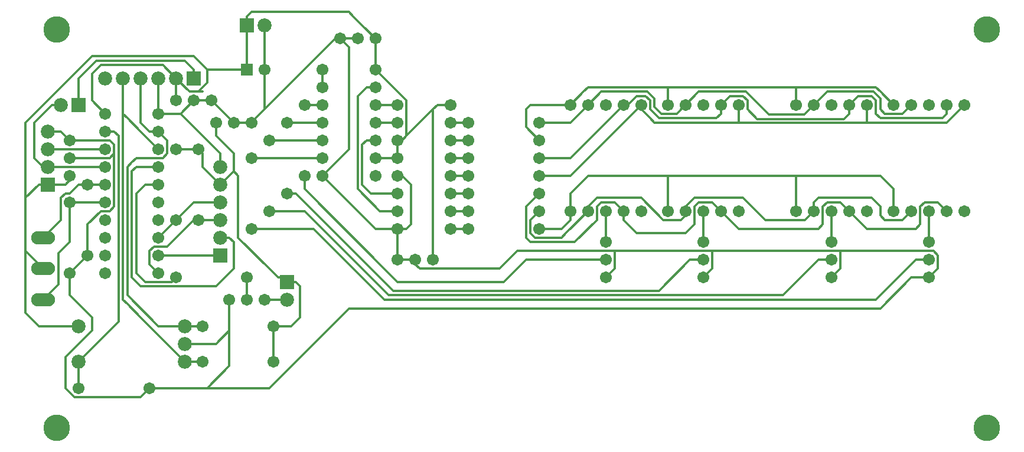
<source format=gbr>
G04 #@! TF.FileFunction,Copper,L2,Bot,Signal*
%FSLAX46Y46*%
G04 Gerber Fmt 4.6, Leading zero omitted, Abs format (unit mm)*
G04 Created by KiCad (PCBNEW 4.0.1-stable) date 01/19/17 22:09:19*
%MOMM*%
G01*
G04 APERTURE LIST*
%ADD10C,0.100000*%
%ADD11C,1.716000*%
%ADD12R,1.716000X1.716000*%
%ADD13R,2.016000X2.016000*%
%ADD14C,2.016000*%
%ADD15O,3.416000X1.916000*%
%ADD16C,3.800000*%
%ADD17C,0.304800*%
G04 APERTURE END LIST*
D10*
D11*
X146685000Y-97155000D03*
X144145000Y-97155000D03*
X141605000Y-97155000D03*
X141605000Y-74930000D03*
X141605000Y-77470000D03*
X141605000Y-80010000D03*
X141605000Y-82550000D03*
X141605000Y-85090000D03*
X141605000Y-87630000D03*
X141605000Y-90170000D03*
X141605000Y-92710000D03*
X149225000Y-92710000D03*
X149225000Y-90170000D03*
X149225000Y-87630000D03*
X149225000Y-85090000D03*
X149225000Y-82550000D03*
X149225000Y-80010000D03*
X149225000Y-77470000D03*
X149225000Y-74930000D03*
D12*
X120015000Y-69850000D03*
D11*
X122555000Y-69850000D03*
X94615000Y-85090000D03*
X94615000Y-82550000D03*
X94615000Y-80010000D03*
X115570000Y-77470000D03*
X118110000Y-77470000D03*
X120650000Y-77470000D03*
X109855000Y-74295000D03*
X112395000Y-74295000D03*
X114935000Y-74295000D03*
X138430000Y-65405000D03*
X135890000Y-65405000D03*
X133350000Y-65405000D03*
D13*
X120015000Y-63500000D03*
D14*
X122555000Y-63500000D03*
D13*
X112395000Y-71120000D03*
D14*
X109855000Y-71120000D03*
X107315000Y-71120000D03*
X104775000Y-71120000D03*
X102235000Y-71120000D03*
X99695000Y-71120000D03*
D13*
X91440000Y-86360000D03*
D14*
X91440000Y-83820000D03*
X91440000Y-81280000D03*
X91440000Y-78740000D03*
D13*
X116205000Y-96520000D03*
D14*
X116205000Y-93980000D03*
X116205000Y-91440000D03*
X116205000Y-88900000D03*
X116205000Y-86360000D03*
X116205000Y-83820000D03*
D13*
X125730000Y-100330000D03*
D14*
X125730000Y-102870000D03*
D11*
X171450000Y-97155000D03*
X171450000Y-99695000D03*
X171450000Y-94615000D03*
X185420000Y-97155000D03*
X185420000Y-99695000D03*
X185420000Y-94615000D03*
X203835000Y-97155000D03*
X203835000Y-99695000D03*
X203835000Y-94615000D03*
X217805000Y-97155000D03*
X217805000Y-99695000D03*
X217805000Y-94615000D03*
X120015000Y-102870000D03*
X117475000Y-102870000D03*
X122555000Y-102870000D03*
X128270000Y-74930000D03*
X128270000Y-85090000D03*
X125730000Y-77470000D03*
X125730000Y-87630000D03*
X123190000Y-80010000D03*
X123190000Y-90170000D03*
X120650000Y-82550000D03*
X120650000Y-92710000D03*
X161925000Y-82550000D03*
X151765000Y-82550000D03*
X161925000Y-85090000D03*
X151765000Y-85090000D03*
X161925000Y-87630000D03*
X151765000Y-87630000D03*
X161925000Y-90170000D03*
X151765000Y-90170000D03*
X161925000Y-92710000D03*
X151765000Y-92710000D03*
X161925000Y-77470000D03*
X151765000Y-77470000D03*
X161925000Y-80010000D03*
X151765000Y-80010000D03*
X123825000Y-106680000D03*
X113665000Y-106680000D03*
X123825000Y-111760000D03*
X113665000Y-111760000D03*
X95885000Y-115570000D03*
X106045000Y-115570000D03*
X109855000Y-99695000D03*
X120015000Y-99695000D03*
X94615000Y-88900000D03*
X94615000Y-99060000D03*
X97155000Y-86360000D03*
X97155000Y-96520000D03*
X109855000Y-81280000D03*
X109855000Y-91440000D03*
X113030000Y-81280000D03*
X113030000Y-91440000D03*
D14*
X95885000Y-106680000D03*
X95885000Y-111760000D03*
X111125000Y-106680000D03*
X111125000Y-109220000D03*
X111125000Y-111760000D03*
D15*
X90805000Y-98425000D03*
X90805000Y-93980000D03*
X90805000Y-102870000D03*
D11*
X130810000Y-69850000D03*
X130810000Y-72390000D03*
X130810000Y-74930000D03*
X130810000Y-77470000D03*
X130810000Y-80010000D03*
X130810000Y-82550000D03*
X130810000Y-85090000D03*
X138430000Y-85090000D03*
X138430000Y-82550000D03*
X138430000Y-80010000D03*
X138430000Y-77470000D03*
X138430000Y-74930000D03*
X138430000Y-72390000D03*
X138430000Y-69850000D03*
X99695000Y-76200000D03*
X99695000Y-78740000D03*
X99695000Y-81280000D03*
X99695000Y-83820000D03*
X99695000Y-86360000D03*
X99695000Y-88900000D03*
X99695000Y-91440000D03*
X99695000Y-93980000D03*
X99695000Y-96520000D03*
X99695000Y-99060000D03*
X107315000Y-99060000D03*
X107315000Y-96520000D03*
X107315000Y-93980000D03*
X107315000Y-91440000D03*
X107315000Y-88900000D03*
X107315000Y-86360000D03*
X107315000Y-83820000D03*
X107315000Y-81280000D03*
X107315000Y-78740000D03*
X107315000Y-76200000D03*
X166370000Y-90170000D03*
X168910000Y-90170000D03*
X171450000Y-90170000D03*
X173990000Y-90170000D03*
X176530000Y-90170000D03*
X176530000Y-74930000D03*
X173990000Y-74930000D03*
X171450000Y-74930000D03*
X168910000Y-74930000D03*
X166370000Y-74930000D03*
X180340000Y-90170000D03*
X182880000Y-90170000D03*
X185420000Y-90170000D03*
X187960000Y-90170000D03*
X190500000Y-90170000D03*
X190500000Y-74930000D03*
X187960000Y-74930000D03*
X185420000Y-74930000D03*
X182880000Y-74930000D03*
X180340000Y-74930000D03*
X198755000Y-90170000D03*
X201295000Y-90170000D03*
X203835000Y-90170000D03*
X206375000Y-90170000D03*
X208915000Y-90170000D03*
X208915000Y-74930000D03*
X206375000Y-74930000D03*
X203835000Y-74930000D03*
X201295000Y-74930000D03*
X198755000Y-74930000D03*
X212725000Y-90170000D03*
X215265000Y-90170000D03*
X217805000Y-90170000D03*
X220345000Y-90170000D03*
X222885000Y-90170000D03*
X222885000Y-74930000D03*
X220345000Y-74930000D03*
X217805000Y-74930000D03*
X215265000Y-74930000D03*
X212725000Y-74930000D03*
D16*
X92710000Y-64135000D03*
X92710000Y-121285000D03*
X226060000Y-121285000D03*
X226060000Y-64135000D03*
D13*
X95885000Y-74930000D03*
D14*
X93345000Y-74930000D03*
D17*
X123190000Y-98425000D02*
X124460000Y-99695000D01*
X124460000Y-99695000D02*
X125095000Y-99695000D01*
X125095000Y-99695000D02*
X125730000Y-100330000D01*
X125730000Y-100330000D02*
X127000000Y-100330000D01*
X127635000Y-100965000D02*
X127635000Y-101600000D01*
X127000000Y-100330000D02*
X127635000Y-100965000D01*
X138430000Y-65405000D02*
X136525000Y-63500000D01*
X120015000Y-62230000D02*
X120015000Y-63500000D01*
X120650000Y-61595000D02*
X120015000Y-62230000D01*
X134620000Y-61595000D02*
X120650000Y-61595000D01*
X135255000Y-62230000D02*
X134620000Y-61595000D01*
X136525000Y-63500000D02*
X135255000Y-62230000D01*
X120015000Y-69850000D02*
X114300000Y-69850000D01*
X112395000Y-67945000D02*
X114300000Y-69850000D01*
X88265000Y-77470000D02*
X97790000Y-67945000D01*
X97790000Y-67945000D02*
X112395000Y-67945000D01*
X88265000Y-88265000D02*
X88265000Y-77470000D01*
X113030000Y-73025000D02*
X113665000Y-73025000D01*
X111760000Y-73025000D02*
X109855000Y-71120000D01*
X113665000Y-73025000D02*
X111760000Y-73025000D01*
X114300000Y-69850000D02*
X114300000Y-71755000D01*
X114300000Y-71755000D02*
X113030000Y-73025000D01*
X120015000Y-69850000D02*
X120015000Y-63500000D01*
X115570000Y-77470000D02*
X115570000Y-79375000D01*
X115570000Y-79375000D02*
X118110000Y-81915000D01*
X91440000Y-86360000D02*
X90170000Y-86360000D01*
X88265000Y-88265000D02*
X88265000Y-95885000D01*
X90170000Y-86360000D02*
X88265000Y-88265000D01*
X94615000Y-85090000D02*
X94615000Y-85725000D01*
X94615000Y-85725000D02*
X93980000Y-86360000D01*
X93980000Y-86360000D02*
X91440000Y-86360000D01*
X126365000Y-106680000D02*
X123825000Y-106680000D01*
X127635000Y-105410000D02*
X126365000Y-106680000D01*
X127635000Y-101600000D02*
X127635000Y-105410000D01*
X123825000Y-111760000D02*
X123825000Y-106680000D01*
X123190000Y-98425000D02*
X118745000Y-93980000D01*
X118745000Y-85090000D02*
X118110000Y-84455000D01*
X118745000Y-93980000D02*
X118745000Y-85090000D01*
X109855000Y-81280000D02*
X113030000Y-81280000D01*
X113030000Y-81280000D02*
X113665000Y-81915000D01*
X113665000Y-81915000D02*
X113665000Y-83820000D01*
X113665000Y-83820000D02*
X116205000Y-86360000D01*
X95885000Y-106680000D02*
X90170000Y-106680000D01*
X90170000Y-106680000D02*
X88265000Y-104775000D01*
X88265000Y-104775000D02*
X88265000Y-95885000D01*
X90805000Y-98425000D02*
X88265000Y-95885000D01*
X116205000Y-86360000D02*
X118110000Y-84455000D01*
X118110000Y-84455000D02*
X118110000Y-81915000D01*
X109855000Y-71120000D02*
X109855000Y-74295000D01*
X109855000Y-71120000D02*
X107950000Y-69215000D01*
X97790000Y-74295000D02*
X99695000Y-76200000D01*
X97790000Y-70485000D02*
X97790000Y-74295000D01*
X99060000Y-69215000D02*
X97790000Y-70485000D01*
X107950000Y-69215000D02*
X99060000Y-69215000D01*
X138430000Y-65405000D02*
X138430000Y-69850000D01*
X146685000Y-97155000D02*
X146685000Y-75565000D01*
X149225000Y-74930000D02*
X147320000Y-74930000D01*
X147320000Y-74930000D02*
X146685000Y-75565000D01*
X146685000Y-75565000D02*
X142875000Y-79375000D01*
X138430000Y-69850000D02*
X142875000Y-74295000D01*
X142875000Y-79375000D02*
X142240000Y-80010000D01*
X142875000Y-74295000D02*
X142875000Y-79375000D01*
X142240000Y-80010000D02*
X141605000Y-80010000D01*
X141605000Y-80010000D02*
X141605000Y-82550000D01*
X138430000Y-82550000D02*
X141605000Y-82550000D01*
X117475000Y-104140000D02*
X117475000Y-102870000D01*
X122555000Y-69850000D02*
X122555000Y-75565000D01*
X122555000Y-75565000D02*
X121285000Y-76835000D01*
X122555000Y-63500000D02*
X122555000Y-69850000D01*
X133350000Y-65405000D02*
X134620000Y-66675000D01*
X133350000Y-65405000D02*
X132715000Y-65405000D01*
X132715000Y-65405000D02*
X121285000Y-76835000D01*
X121285000Y-76835000D02*
X120650000Y-77470000D01*
X120650000Y-77470000D02*
X118110000Y-77470000D01*
X118110000Y-77470000D02*
X114935000Y-74295000D01*
X97155000Y-96520000D02*
X97155000Y-92075000D01*
X100965000Y-89535000D02*
X100965000Y-81915000D01*
X100330000Y-90170000D02*
X100965000Y-89535000D01*
X99060000Y-90170000D02*
X100330000Y-90170000D01*
X97155000Y-92075000D02*
X99060000Y-90170000D01*
X94615000Y-80010000D02*
X100330000Y-80010000D01*
X100330000Y-80010000D02*
X100965000Y-80645000D01*
X100965000Y-80645000D02*
X100965000Y-81915000D01*
X100330000Y-82550000D02*
X94615000Y-82550000D01*
X100965000Y-81915000D02*
X100330000Y-82550000D01*
X91440000Y-78740000D02*
X93345000Y-78740000D01*
X93345000Y-78740000D02*
X94615000Y-80010000D01*
X217805000Y-99695000D02*
X215265000Y-99695000D01*
X123190000Y-115570000D02*
X114300000Y-115570000D01*
X134620000Y-104140000D02*
X123190000Y-115570000D01*
X210820000Y-104140000D02*
X134620000Y-104140000D01*
X215265000Y-99695000D02*
X210820000Y-104140000D01*
X94615000Y-99060000D02*
X94615000Y-102235000D01*
X104775000Y-116840000D02*
X106045000Y-115570000D01*
X95250000Y-116840000D02*
X104775000Y-116840000D01*
X93980000Y-115570000D02*
X95250000Y-116840000D01*
X93980000Y-111125000D02*
X93980000Y-115570000D01*
X97790000Y-107315000D02*
X93980000Y-111125000D01*
X97790000Y-105410000D02*
X97790000Y-107315000D01*
X94615000Y-102235000D02*
X97790000Y-105410000D01*
X97155000Y-96520000D02*
X94615000Y-99060000D01*
X106045000Y-115570000D02*
X114300000Y-115570000D01*
X114300000Y-115570000D02*
X117475000Y-112395000D01*
X117475000Y-112395000D02*
X117475000Y-107315000D01*
X117475000Y-103505000D02*
X117475000Y-104140000D01*
X117475000Y-104140000D02*
X117475000Y-107315000D01*
X115570000Y-109220000D02*
X111125000Y-109220000D01*
X117475000Y-107315000D02*
X115570000Y-109220000D01*
X116205000Y-83820000D02*
X116205000Y-81915000D01*
X116205000Y-81915000D02*
X110490000Y-76200000D01*
X107315000Y-76200000D02*
X110490000Y-76200000D01*
X110490000Y-76200000D02*
X112395000Y-74295000D01*
X112395000Y-74295000D02*
X114935000Y-74295000D01*
X107315000Y-71120000D02*
X107315000Y-76200000D01*
X171450000Y-99695000D02*
X172720000Y-98425000D01*
X172720000Y-98425000D02*
X172720000Y-95885000D01*
X185420000Y-99695000D02*
X186690000Y-98425000D01*
X186690000Y-98425000D02*
X186690000Y-95885000D01*
X203835000Y-99695000D02*
X205105000Y-98425000D01*
X205105000Y-98425000D02*
X205105000Y-95885000D01*
X144145000Y-97155000D02*
X144145000Y-97790000D01*
X144145000Y-97790000D02*
X144780000Y-98425000D01*
X219075000Y-98425000D02*
X217805000Y-99695000D01*
X219075000Y-96520000D02*
X219075000Y-98425000D01*
X218440000Y-95885000D02*
X219075000Y-96520000D01*
X158750000Y-95885000D02*
X172720000Y-95885000D01*
X172720000Y-95885000D02*
X186690000Y-95885000D01*
X186690000Y-95885000D02*
X205105000Y-95885000D01*
X205105000Y-95885000D02*
X218440000Y-95885000D01*
X156210000Y-98425000D02*
X158750000Y-95885000D01*
X144780000Y-98425000D02*
X156210000Y-98425000D01*
X130810000Y-85090000D02*
X134620000Y-81280000D01*
X134620000Y-81280000D02*
X134620000Y-66675000D01*
X135890000Y-65405000D02*
X133350000Y-65405000D01*
X144145000Y-97155000D02*
X141605000Y-97155000D01*
X141605000Y-97155000D02*
X141605000Y-92710000D01*
X130810000Y-85090000D02*
X138430000Y-92710000D01*
X138430000Y-92710000D02*
X141605000Y-92710000D01*
X141605000Y-85090000D02*
X142240000Y-85090000D01*
X142240000Y-85090000D02*
X143510000Y-86360000D01*
X143510000Y-86360000D02*
X143510000Y-92075000D01*
X143510000Y-92075000D02*
X142875000Y-92710000D01*
X142875000Y-92710000D02*
X141605000Y-92710000D01*
X113665000Y-106680000D02*
X111125000Y-106680000D01*
X103505000Y-83185000D02*
X102870000Y-83820000D01*
X107315000Y-106680000D02*
X111125000Y-106680000D01*
X102870000Y-102235000D02*
X107315000Y-106680000D01*
X102870000Y-83820000D02*
X102870000Y-102235000D01*
X104140000Y-82550000D02*
X106045000Y-82550000D01*
X103505000Y-83185000D02*
X104140000Y-82550000D01*
X106045000Y-82550000D02*
X107950000Y-82550000D01*
X107950000Y-82550000D02*
X108585000Y-81915000D01*
X108585000Y-81915000D02*
X108585000Y-80010000D01*
X108585000Y-80010000D02*
X107315000Y-78740000D01*
X104775000Y-71120000D02*
X104775000Y-77470000D01*
X106045000Y-78740000D02*
X107315000Y-78740000D01*
X104775000Y-77470000D02*
X106045000Y-78740000D01*
X111125000Y-111760000D02*
X113665000Y-111760000D01*
X102870000Y-103505000D02*
X102235000Y-102870000D01*
X102235000Y-102870000D02*
X102235000Y-76200000D01*
X104775000Y-105410000D02*
X102870000Y-103505000D01*
X111125000Y-111760000D02*
X104775000Y-105410000D01*
X102235000Y-71120000D02*
X102235000Y-76200000D01*
X102235000Y-76200000D02*
X102870000Y-76835000D01*
X102870000Y-76835000D02*
X104775000Y-78740000D01*
X104775000Y-78740000D02*
X107315000Y-81280000D01*
X91440000Y-83820000D02*
X90805000Y-83820000D01*
X90805000Y-83820000D02*
X89535000Y-82550000D01*
X92075000Y-74930000D02*
X93345000Y-74930000D01*
X89535000Y-77470000D02*
X92075000Y-74930000D01*
X89535000Y-82550000D02*
X89535000Y-77470000D01*
X91440000Y-83820000D02*
X99695000Y-83820000D01*
X99695000Y-81280000D02*
X91440000Y-81280000D01*
X116205000Y-96520000D02*
X107315000Y-96520000D01*
X107315000Y-83820000D02*
X104140000Y-83820000D01*
X117475000Y-93980000D02*
X116205000Y-93980000D01*
X118110000Y-94615000D02*
X117475000Y-93980000D01*
X118110000Y-98425000D02*
X118110000Y-94615000D01*
X115570000Y-100965000D02*
X118110000Y-98425000D01*
X104775000Y-100965000D02*
X115570000Y-100965000D01*
X103505000Y-99695000D02*
X104775000Y-100965000D01*
X103505000Y-84455000D02*
X103505000Y-99695000D01*
X104140000Y-83820000D02*
X103505000Y-84455000D01*
X116205000Y-91440000D02*
X112395000Y-91440000D01*
X106045000Y-97790000D02*
X107315000Y-99060000D01*
X106045000Y-95885000D02*
X106045000Y-97790000D01*
X106680000Y-95250000D02*
X106045000Y-95885000D01*
X108585000Y-95250000D02*
X106680000Y-95250000D01*
X112395000Y-91440000D02*
X108585000Y-95250000D01*
X109855000Y-91440000D02*
X111125000Y-90170000D01*
X116205000Y-88900000D02*
X112395000Y-88900000D01*
X112395000Y-88900000D02*
X111125000Y-90170000D01*
X111125000Y-90170000D02*
X107315000Y-93980000D01*
X122555000Y-102870000D02*
X125730000Y-102870000D01*
X140335000Y-99060000D02*
X141605000Y-100330000D01*
X156845000Y-100330000D02*
X158115000Y-99060000D01*
X141605000Y-100330000D02*
X156845000Y-100330000D01*
X128270000Y-85090000D02*
X128270000Y-86995000D01*
X160020000Y-97155000D02*
X171450000Y-97155000D01*
X158115000Y-99060000D02*
X160020000Y-97155000D01*
X128270000Y-86995000D02*
X140335000Y-99060000D01*
X171450000Y-90170000D02*
X171450000Y-94615000D01*
X125730000Y-87630000D02*
X127000000Y-87630000D01*
X183515000Y-97155000D02*
X185420000Y-97155000D01*
X179070000Y-101600000D02*
X183515000Y-97155000D01*
X140970000Y-101600000D02*
X179070000Y-101600000D01*
X127000000Y-87630000D02*
X140970000Y-101600000D01*
X185420000Y-90170000D02*
X185420000Y-94615000D01*
X123190000Y-90170000D02*
X128270000Y-90170000D01*
X201930000Y-97155000D02*
X203835000Y-97155000D01*
X196850000Y-102235000D02*
X201930000Y-97155000D01*
X140335000Y-102235000D02*
X196850000Y-102235000D01*
X128270000Y-90170000D02*
X140335000Y-102235000D01*
X203835000Y-94615000D02*
X203835000Y-90170000D01*
X217805000Y-97155000D02*
X215900000Y-97155000D01*
X129540000Y-92710000D02*
X120650000Y-92710000D01*
X139700000Y-102870000D02*
X129540000Y-92710000D01*
X210185000Y-102870000D02*
X139700000Y-102870000D01*
X215900000Y-97155000D02*
X210185000Y-102870000D01*
X217805000Y-90170000D02*
X217805000Y-94615000D01*
X120015000Y-99695000D02*
X120015000Y-102870000D01*
X128270000Y-74930000D02*
X130810000Y-74930000D01*
X130810000Y-77470000D02*
X125730000Y-77470000D01*
X123190000Y-80010000D02*
X130810000Y-80010000D01*
X130810000Y-82550000D02*
X120650000Y-82550000D01*
X161925000Y-82550000D02*
X166370000Y-82550000D01*
X166370000Y-82550000D02*
X173990000Y-74930000D01*
X173990000Y-74930000D02*
X174625000Y-74930000D01*
X174625000Y-74930000D02*
X175895000Y-73660000D01*
X175895000Y-73660000D02*
X177165000Y-73660000D01*
X177165000Y-73660000D02*
X177800000Y-74295000D01*
X177800000Y-74295000D02*
X177800000Y-75565000D01*
X177800000Y-75565000D02*
X179070000Y-76835000D01*
X179070000Y-76835000D02*
X187325000Y-76835000D01*
X187325000Y-76835000D02*
X187960000Y-76200000D01*
X187960000Y-76200000D02*
X187960000Y-74930000D01*
X187960000Y-74930000D02*
X189230000Y-73660000D01*
X189230000Y-73660000D02*
X191135000Y-73660000D01*
X191135000Y-73660000D02*
X191770000Y-74295000D01*
X191770000Y-74295000D02*
X191770000Y-75565000D01*
X191770000Y-75565000D02*
X193170198Y-76965198D01*
X193170198Y-76965198D02*
X205609802Y-76965198D01*
X205609802Y-76965198D02*
X206375000Y-76200000D01*
X206375000Y-76200000D02*
X206375000Y-74930000D01*
X206375000Y-74930000D02*
X207645000Y-73660000D01*
X207645000Y-73660000D02*
X209550000Y-73660000D01*
X209550000Y-73660000D02*
X210185000Y-74295000D01*
X210185000Y-74295000D02*
X210185000Y-76200000D01*
X210185000Y-76200000D02*
X210820000Y-76835000D01*
X210820000Y-76835000D02*
X219710000Y-76835000D01*
X219710000Y-76835000D02*
X220345000Y-76200000D01*
X220345000Y-76200000D02*
X220345000Y-74930000D01*
X149225000Y-82550000D02*
X151765000Y-82550000D01*
X161925000Y-85090000D02*
X166370000Y-85090000D01*
X166370000Y-85090000D02*
X176530000Y-74930000D01*
X190500000Y-76835000D02*
X190500000Y-77470000D01*
X208915000Y-76835000D02*
X208915000Y-77470000D01*
X177800000Y-76835000D02*
X178435000Y-77470000D01*
X178435000Y-77470000D02*
X190500000Y-77470000D01*
X190500000Y-77470000D02*
X208915000Y-77470000D01*
X220345000Y-77470000D02*
X220980000Y-76835000D01*
X208915000Y-77470000D02*
X220345000Y-77470000D01*
X190500000Y-74930000D02*
X190500000Y-76835000D01*
X208915000Y-74930000D02*
X208915000Y-76835000D01*
X176530000Y-74930000D02*
X176530000Y-75565000D01*
X176530000Y-75565000D02*
X177800000Y-76835000D01*
X220980000Y-76835000D02*
X222885000Y-74930000D01*
X149225000Y-85090000D02*
X151765000Y-85090000D01*
X206375000Y-90170000D02*
X207645000Y-91440000D01*
X187960000Y-90170000D02*
X190500000Y-92710000D01*
X219075000Y-88900000D02*
X220345000Y-90170000D01*
X217170000Y-88900000D02*
X219075000Y-88900000D01*
X216535000Y-89535000D02*
X217170000Y-88900000D01*
X216535000Y-92075000D02*
X216535000Y-89535000D01*
X215900000Y-92710000D02*
X216535000Y-92075000D01*
X208915000Y-92710000D02*
X215900000Y-92710000D01*
X205105000Y-88900000D02*
X207645000Y-91440000D01*
X207645000Y-91440000D02*
X208915000Y-92710000D01*
X203200000Y-88900000D02*
X205105000Y-88900000D01*
X202565000Y-89535000D02*
X203200000Y-88900000D01*
X202565000Y-92075000D02*
X202565000Y-89535000D01*
X201930000Y-92710000D02*
X202565000Y-92075000D01*
X190500000Y-92710000D02*
X201930000Y-92710000D01*
X187960000Y-90170000D02*
X186690000Y-88900000D01*
X161925000Y-87630000D02*
X160020000Y-89535000D01*
X172720000Y-88900000D02*
X173990000Y-90170000D01*
X170815000Y-88900000D02*
X172720000Y-88900000D01*
X170180000Y-89535000D02*
X170815000Y-88900000D01*
X170180000Y-91440000D02*
X170180000Y-89535000D01*
X167005000Y-94615000D02*
X170180000Y-91440000D01*
X160655000Y-94615000D02*
X167005000Y-94615000D01*
X160020000Y-93980000D02*
X160655000Y-94615000D01*
X160020000Y-89535000D02*
X160020000Y-93980000D01*
X173990000Y-90170000D02*
X173990000Y-91440000D01*
X184785000Y-88900000D02*
X186690000Y-88900000D01*
X184150000Y-89535000D02*
X184785000Y-88900000D01*
X184150000Y-92075000D02*
X184150000Y-89535000D01*
X182880000Y-93345000D02*
X184150000Y-92075000D01*
X175895000Y-93345000D02*
X182880000Y-93345000D01*
X173990000Y-91440000D02*
X175895000Y-93345000D01*
X161925000Y-87630000D02*
X162560000Y-87630000D01*
X149225000Y-87630000D02*
X151765000Y-87630000D01*
X215265000Y-90170000D02*
X213995000Y-91440000D01*
X201295000Y-88900000D02*
X201295000Y-90170000D01*
X201930000Y-88265000D02*
X201295000Y-88900000D01*
X209550000Y-88265000D02*
X201930000Y-88265000D01*
X210820000Y-89535000D02*
X209550000Y-88265000D01*
X210820000Y-90805000D02*
X210820000Y-89535000D01*
X211455000Y-91440000D02*
X210820000Y-90805000D01*
X213995000Y-91440000D02*
X211455000Y-91440000D01*
X201295000Y-90170000D02*
X200025000Y-91440000D01*
X200025000Y-91440000D02*
X194310000Y-91440000D01*
X194310000Y-91440000D02*
X191135000Y-88265000D01*
X191135000Y-88265000D02*
X184150000Y-88265000D01*
X184150000Y-88265000D02*
X182880000Y-89535000D01*
X182880000Y-89535000D02*
X182880000Y-90805000D01*
X182880000Y-90805000D02*
X182245000Y-91440000D01*
X182245000Y-91440000D02*
X179705000Y-91440000D01*
X179705000Y-91440000D02*
X176530000Y-88265000D01*
X176530000Y-88265000D02*
X170180000Y-88265000D01*
X170180000Y-88265000D02*
X168910000Y-89535000D01*
X168910000Y-89535000D02*
X168910000Y-90170000D01*
X168910000Y-90170000D02*
X165735000Y-93345000D01*
X160655000Y-91440000D02*
X161925000Y-90170000D01*
X160655000Y-93345000D02*
X160655000Y-91440000D01*
X161290000Y-93980000D02*
X160655000Y-93345000D01*
X165100000Y-93980000D02*
X161290000Y-93980000D01*
X165735000Y-93345000D02*
X165100000Y-93980000D01*
X151765000Y-90170000D02*
X149225000Y-90170000D01*
X166370000Y-90170000D02*
X166370000Y-88900000D01*
X180340000Y-90170000D02*
X180340000Y-88900000D01*
X180340000Y-88900000D02*
X180340000Y-88265000D01*
X198755000Y-90170000D02*
X198755000Y-85090000D01*
X180340000Y-88265000D02*
X180340000Y-85090000D01*
X212725000Y-90170000D02*
X212725000Y-86995000D01*
X210820000Y-85090000D02*
X198755000Y-85090000D01*
X212725000Y-86995000D02*
X210820000Y-85090000D01*
X198755000Y-85090000D02*
X180340000Y-85090000D01*
X165100000Y-92710000D02*
X161925000Y-92710000D01*
X180340000Y-85090000D02*
X168910000Y-85090000D01*
X168910000Y-85090000D02*
X166370000Y-87630000D01*
X166370000Y-87630000D02*
X166370000Y-88900000D01*
X166370000Y-88900000D02*
X166370000Y-91440000D01*
X166370000Y-91440000D02*
X165100000Y-92710000D01*
X198755000Y-90170000D02*
X198755000Y-90043000D01*
X180340000Y-90170000D02*
X180467000Y-90170000D01*
X149225000Y-92710000D02*
X151765000Y-92710000D01*
X182880000Y-74930000D02*
X181610000Y-76200000D01*
X201295000Y-74930000D02*
X200025000Y-76200000D01*
X161925000Y-77470000D02*
X166370000Y-77470000D01*
X166370000Y-77470000D02*
X168910000Y-74930000D01*
X215265000Y-74930000D02*
X213995000Y-76200000D01*
X170815000Y-73025000D02*
X168910000Y-74930000D01*
X177419000Y-73025000D02*
X170815000Y-73025000D01*
X178435000Y-74041000D02*
X177419000Y-73025000D01*
X178435000Y-75184000D02*
X178435000Y-74041000D01*
X179451000Y-76200000D02*
X178435000Y-75184000D01*
X181610000Y-76200000D02*
X179451000Y-76200000D01*
X184785000Y-73025000D02*
X181610000Y-76200000D01*
X191516000Y-73025000D02*
X184785000Y-73025000D01*
X194818000Y-76327000D02*
X191516000Y-73025000D01*
X199898000Y-76327000D02*
X194818000Y-76327000D01*
X203200000Y-73025000D02*
X200025000Y-76200000D01*
X200025000Y-76200000D02*
X199898000Y-76327000D01*
X209804000Y-73025000D02*
X203200000Y-73025000D01*
X210820000Y-74041000D02*
X209804000Y-73025000D01*
X210820000Y-74295000D02*
X210820000Y-74041000D01*
X210820000Y-75565000D02*
X210820000Y-74295000D01*
X211455000Y-76200000D02*
X210820000Y-75565000D01*
X213995000Y-76200000D02*
X211455000Y-76200000D01*
X151765000Y-77470000D02*
X149225000Y-77470000D01*
X161925000Y-80010000D02*
X160020000Y-78105000D01*
X160655000Y-74930000D02*
X166370000Y-74930000D01*
X160020000Y-75565000D02*
X160655000Y-74930000D01*
X160020000Y-78105000D02*
X160020000Y-75565000D01*
X180340000Y-73025000D02*
X180340000Y-72390000D01*
X198755000Y-73025000D02*
X198755000Y-72390000D01*
X168275000Y-73025000D02*
X168910000Y-72390000D01*
X168910000Y-72390000D02*
X180340000Y-72390000D01*
X180340000Y-72390000D02*
X198755000Y-72390000D01*
X210185000Y-72390000D02*
X210820000Y-73025000D01*
X198755000Y-72390000D02*
X210185000Y-72390000D01*
X198755000Y-74930000D02*
X198755000Y-73025000D01*
X180340000Y-74930000D02*
X180340000Y-73025000D01*
X212725000Y-74930000D02*
X210820000Y-73025000D01*
X168275000Y-73025000D02*
X166370000Y-74930000D01*
X149225000Y-80010000D02*
X151765000Y-80010000D01*
X95885000Y-111760000D02*
X95885000Y-115570000D01*
X95885000Y-111760000D02*
X101600000Y-106045000D01*
X100965000Y-78740000D02*
X99695000Y-78740000D01*
X101600000Y-79375000D02*
X100965000Y-78740000D01*
X101600000Y-106045000D02*
X101600000Y-79375000D01*
X107315000Y-86360000D02*
X105410000Y-86360000D01*
X109220000Y-100330000D02*
X109855000Y-99695000D01*
X105410000Y-100330000D02*
X109220000Y-100330000D01*
X104140000Y-99060000D02*
X105410000Y-100330000D01*
X104140000Y-87630000D02*
X104140000Y-99060000D01*
X105410000Y-86360000D02*
X104140000Y-87630000D01*
X93027500Y-100647500D02*
X93027500Y-96202500D01*
X93027500Y-96202500D02*
X94615000Y-94615000D01*
X90805000Y-102870000D02*
X93027500Y-100647500D01*
X94615000Y-94615000D02*
X94615000Y-88900000D01*
X94615000Y-88900000D02*
X99695000Y-88900000D01*
X97155000Y-86360000D02*
X95885000Y-86360000D01*
X93345000Y-91440000D02*
X90805000Y-93980000D01*
X93345000Y-88265000D02*
X93345000Y-91440000D01*
X93980000Y-87630000D02*
X93345000Y-88265000D01*
X94615000Y-87630000D02*
X93980000Y-87630000D01*
X95885000Y-86360000D02*
X94615000Y-87630000D01*
X97155000Y-86360000D02*
X99695000Y-86360000D01*
X130810000Y-69850000D02*
X130810000Y-72390000D01*
X136525000Y-81915000D02*
X136525000Y-80645000D01*
X137160000Y-80010000D02*
X138430000Y-80010000D01*
X136525000Y-80645000D02*
X137160000Y-80010000D01*
X141605000Y-87630000D02*
X137795000Y-87630000D01*
X136525000Y-86360000D02*
X136525000Y-81915000D01*
X137795000Y-87630000D02*
X136525000Y-86360000D01*
X138430000Y-77470000D02*
X141605000Y-77470000D01*
X138430000Y-74930000D02*
X141605000Y-74930000D01*
X141605000Y-90170000D02*
X139065000Y-90170000D01*
X137160000Y-72390000D02*
X138430000Y-72390000D01*
X135890000Y-73660000D02*
X137160000Y-72390000D01*
X135890000Y-86995000D02*
X135890000Y-73660000D01*
X139065000Y-90170000D02*
X135890000Y-86995000D01*
X95885000Y-74930000D02*
X95885000Y-71120000D01*
X112395000Y-69850000D02*
X112395000Y-71120000D01*
X111125000Y-68580000D02*
X112395000Y-69850000D01*
X98425000Y-68580000D02*
X111125000Y-68580000D01*
X95885000Y-71120000D02*
X98425000Y-68580000D01*
X112395000Y-71120000D02*
X112395000Y-70485000D01*
M02*

</source>
